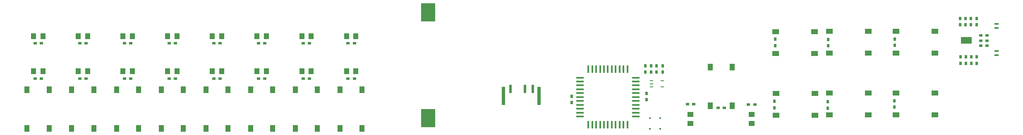
<source format=gbr>
G04 DipTrace 3.3.1.3*
G04 TopPaste.gbr*
%MOIN*%
G04 #@! TF.FileFunction,Paste,Top*
G04 #@! TF.Part,Single*
%AMOUTLINE2*
4,1,4,
-0.031496,-0.005906,
-0.031496,0.005906,
0.031496,0.005906,
0.031496,-0.005906,
-0.031496,-0.005906,
0*%
%AMOUTLINE5*
4,1,4,
-0.005906,0.031496,
0.005906,0.031496,
0.005906,-0.031496,
-0.005906,-0.031496,
-0.005906,0.031496,
0*%
%ADD49R,0.027559X0.007874*%
%ADD51R,0.085827X0.057087*%
%ADD53O,0.001969X0.019685*%
%ADD55R,0.023622X0.070866*%
%ADD57R,0.031496X0.149606*%
%ADD59R,0.05315X0.043307*%
%ADD61R,0.043307X0.05315*%
%ADD65R,0.037008X0.015748*%
%ADD71R,0.037008X0.003937*%
%ADD73R,0.015748X0.015748*%
%ADD75R,0.051181X0.043307*%
%ADD77R,0.043307X0.051181*%
%ADD79R,0.027559X0.019685*%
%ADD81R,0.019685X0.027559*%
%ADD83R,0.11811X0.149606*%
%ADD90OUTLINE2*%
%ADD93OUTLINE5*%
%FSLAX26Y26*%
G04*
G70*
G90*
G75*
G01*
G04 TopPaste*
%LPD*%
D83*
X3751969Y826378D3*
Y1684646D3*
D81*
X4910630Y1004724D3*
Y953543D3*
X5512205Y1029134D3*
Y977953D3*
D79*
X8205118Y1499606D3*
X8256299D3*
D81*
X8126772Y1636220D3*
Y1585039D3*
X8171260Y1636220D3*
Y1585039D3*
X8083465Y1635827D3*
Y1584646D3*
X8172047Y1272441D3*
Y1323622D3*
X8086614Y1272441D3*
Y1323622D3*
X5642520Y1200787D3*
Y1251969D3*
D77*
X572835Y1492126D3*
X647638D3*
X933071D3*
X1007874D3*
X1293307D3*
X1368110D3*
X1653543D3*
X1728346D3*
X2013780D3*
X2088583D3*
X2374016D3*
X2448819D3*
X2734252D3*
X2809055D3*
X3094488D3*
X3169291D3*
X572835Y1208661D3*
X647638D3*
X933071D3*
X1007874D3*
X1293307D3*
X1368110D3*
X1653543D3*
X1728346D3*
X2013780D3*
X2088583D3*
X2374016D3*
X2448819D3*
X2734252D3*
X2809055D3*
X3094488D3*
X3169291D3*
D75*
X5866535Y858268D3*
Y783465D3*
X6358268Y858268D3*
Y783465D3*
D73*
X5622047Y826772D3*
Y740157D3*
X5539370Y826772D3*
Y740157D3*
D81*
X8039764Y1635827D3*
Y1584646D3*
D71*
X8333071Y1414961D3*
Y1395276D3*
Y1434646D3*
Y1474016D3*
Y1454331D3*
Y1493701D3*
Y1513386D3*
Y1533071D3*
D65*
Y1590157D3*
Y1369685D3*
Y1558661D3*
Y1338189D3*
D79*
X635827Y1433071D3*
X584646D3*
X996063D3*
X944882D3*
X1356299D3*
X1305118D3*
X1716535D3*
X1665354D3*
X2076772D3*
X2025591D3*
X2437008D3*
X2385827D3*
X2797244D3*
X2746063D3*
X3157480D3*
X3106299D3*
X635827Y1149606D3*
X584646D3*
X996063D3*
X944882D3*
X1356299D3*
X1305118D3*
X1716535D3*
X1665354D3*
X2076772D3*
X2025591D3*
X2437008D3*
X2385827D3*
X2797244D3*
X2746063D3*
X3157480D3*
X3106299D3*
X5841732Y939764D3*
X5892913D3*
X6333465Y937795D3*
X6384646D3*
D81*
X6548425Y1467323D3*
Y1416142D3*
X6976772Y1464567D3*
Y1413386D3*
X6542126Y963386D3*
Y912205D3*
X6972047Y960630D3*
Y909449D3*
D79*
X6089370Y910630D3*
X6140551D3*
D81*
X7511417Y1468504D3*
Y1417323D3*
X7507874Y969291D3*
Y918110D3*
X8043307Y1323622D3*
Y1272441D3*
X8128346Y1323622D3*
Y1272441D3*
X5593701Y1200394D3*
Y1251575D3*
X5549213Y1251181D3*
Y1200000D3*
X5501181Y1251181D3*
Y1200000D3*
D79*
X8256693Y1413780D3*
X8205512D3*
X8256693Y1455512D3*
X8205512D3*
D61*
X520470Y743996D3*
Y1056988D3*
X697635Y743996D3*
Y1056988D3*
X880706Y743996D3*
Y1056988D3*
X1057871Y743996D3*
Y1056988D3*
X1240942Y743996D3*
Y1056988D3*
X1418108Y743996D3*
Y1056988D3*
X1601178Y743996D3*
Y1056988D3*
X1778344Y743996D3*
Y1056988D3*
X1961415Y743996D3*
Y1056988D3*
X2138580Y743996D3*
Y1056988D3*
X2321651Y743996D3*
Y1056988D3*
X2498816Y743996D3*
Y1056988D3*
X2681887Y743996D3*
Y1056988D3*
X2859052Y743996D3*
Y1056988D3*
X3042123Y743996D3*
Y1056988D3*
X3219289Y743996D3*
Y1056988D3*
D59*
X6867815Y852360D3*
X6554823D3*
X6867815Y1029525D3*
X6554823D3*
X7298917Y853147D3*
X6985925D3*
X7298917Y1030312D3*
X6985925D3*
X6866240Y1352360D3*
X6553248D3*
X6866240Y1529525D3*
X6553248D3*
X7299705Y1353147D3*
X6986713D3*
X7299705Y1530312D3*
X6986713D3*
D61*
X6201971Y1240256D3*
Y927264D3*
X6024806Y1240256D3*
Y927264D3*
D59*
X7834350Y853147D3*
X7521358D3*
X7834350Y1030312D3*
X7521358D3*
X7834350Y1353147D3*
X7521358D3*
X7834350Y1530312D3*
X7521358D3*
D57*
X4358268Y1007874D3*
X4645738Y1008037D3*
D55*
X4414512Y1064118D3*
X4533249D3*
X4595743D3*
D90*
X4976378Y1156299D3*
Y1124803D3*
Y1093307D3*
Y1061812D3*
Y1030315D3*
Y998820D3*
Y967323D3*
Y935827D3*
Y904331D3*
Y872835D3*
Y841339D3*
D93*
X5043307Y774409D3*
X5074803D3*
X5106299D3*
X5137795D3*
X5169290D3*
X5200787D3*
X5232283D3*
X5263780D3*
X5295276D3*
X5326772D3*
X5358268D3*
D90*
X5425197Y841339D3*
Y872835D3*
Y904331D3*
Y935827D3*
Y967323D3*
Y998819D3*
Y1030316D3*
Y1061811D3*
Y1093307D3*
Y1124803D3*
Y1156299D3*
D93*
X5358268Y1223228D3*
X5326772D3*
X5295276D3*
X5263780D3*
X5232283D3*
X5200786D3*
X5169291D3*
X5137794D3*
X5106299D3*
X5074803D3*
X5043307D3*
D53*
X8133465Y1512598D3*
X8115748D3*
X8098031D3*
X8080315D3*
X8062598D3*
X8044882D3*
Y1402362D3*
X8062598D3*
X8080315D3*
X8098031D3*
X8115748D3*
X8133465D3*
D51*
X8089172Y1457483D3*
D49*
X5551181Y1131496D3*
Y1105906D3*
Y1080315D3*
X5637795D3*
Y1131496D3*
M02*

</source>
